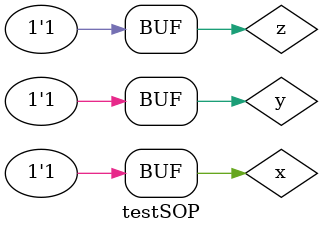
<source format=v>
module SOPgate(x,y,z,F,Fn);
input x,y,z;
output F,Fn;
wire xn,yn,xz,xy;
not n1(xn,x);
not n2(yn,y);
or o1(xz,x,z);
or o2(xy,xn,yn);
and a1(F,xy,xz);
not n3(Fn,F);
endmodule

module testSOP();
reg x,y,z;
wire F,Fn;
SOPgate sop(x,y,z,F,Fn);
initial
begin
$monitor($time,"x=%b,y=%b,z=%b,F=%b,Fn=%b",x,y,z,F,Fn);
    x=1'b0;y=1'b0;z=1'b0; //1
#50 x=1'b0;y=1'b0;z=1'b1; //2
#50 x=1'b0;y=1'b1;z=1'b0; //3
#50 x=1'b0;y=1'b1;z=1'b1; //4
#50 x=1'b1;y=1'b0;z=1'b0; //5
#50 x=1'b1;y=1'b0;z=1'b1; //6
#50 x=1'b1;y=1'b1;z=1'b0; //7
#50 x=1'b1;y=1'b1;z=1'b1; //8
end
endmodule

</source>
